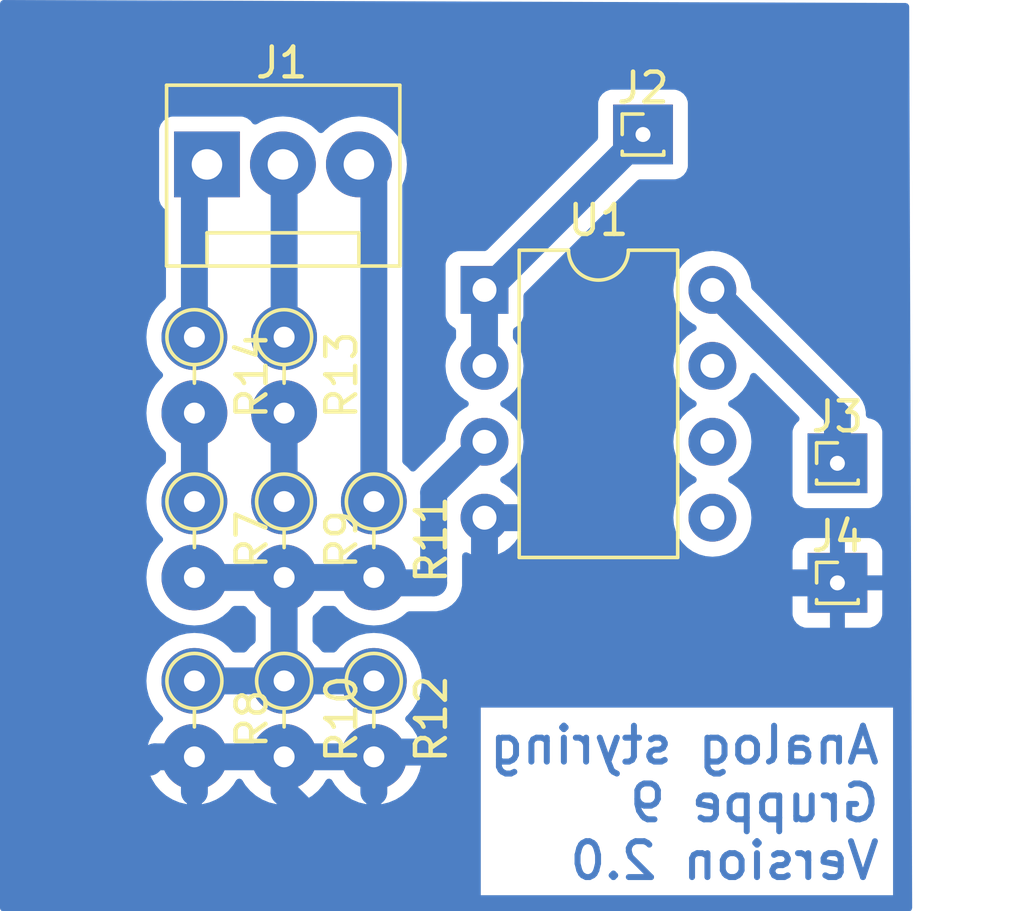
<source format=kicad_pcb>
(kicad_pcb (version 20240108) (generator "pcbnew") (generator_version "8.0")
  (layers (0 "F.Cu" signal) (31 "B.Cu" signal) (34 "B.Paste" user) (35 "F.Paste" user) (36 "B.SilkS" user "B.Silkscreen") (37 "F.SilkS" user "F.Silkscreen") (38 "B.Mask" user) (39 "F.Mask" user) (44 "Edge.Cuts" user))
  (net 0 "")
  (net 1 "Net-(J1-Pin_3)")
  (net 2 "Net-(J1-Pin_2)")
  (net 3 "Net-(J1-Pin_1)")
  (net 4 "Net-(J2-Pin_1)")
  (net 5 "Net-(R14-Pad2)")
  (net 6 "Net-(U1-I)")
  (net 7 "GND")
  (net 8 "Net-(R13-Pad2)")
  (net 12 "Net-(J3-Pin_1)")
  (footprint "Resistor_THT:R_Axial_DIN0204_L3.6mm_D1.6mm_P2.54mm_Vertical" (layer "F.Cu") (at 107.6 77.18 -90)
    (property "Reference" "R9" (at 1.27 -1.92 90) (layer "F.SilkS"))
    (property "Value" "46k4")
    (fp_line (start 0.92 0) (end 1.54 0) (stroke (width 0.12)) (layer "F.SilkS"))
    (fp_circle (center 0 0) (end 0.92 0) (stroke (width 0.12)) (fill none) (layer "F.SilkS"))
    (pad "1" thru_hole circle (at 0 0 270) (size 2.2 2.2) (drill 0.7) (layers "*.Cu" "*.Mask") (net 8 "Net-(R13-Pad2)"))
    (pad "2" thru_hole oval (at 2.54 0 270) (size 2.2 2.2) (drill 0.7) (layers "*.Cu" "*.Mask") (net 6 "Net-(U1-I)"))
  )
  (footprint "Resistor_THT:R_Axial_DIN0204_L3.6mm_D1.6mm_P2.54mm_Vertical" (layer "F.Cu") (at 104.6 77.18 -90)
    (property "Reference" "R7" (at 1.27 -1.92 90) (layer "F.SilkS"))
    (property "Value" "30k9")
    (fp_line (start 0.92 0) (end 1.54 0) (stroke (width 0.12)) (layer "F.SilkS"))
    (fp_circle (center 0 0) (end 0.92 0) (stroke (width 0.12)) (fill none) (layer "F.SilkS"))
    (pad "1" thru_hole circle (at 0 0 270) (size 2.2 2.2) (drill 0.7) (layers "*.Cu" "*.Mask") (net 5 "Net-(R14-Pad2)"))
    (pad "2" thru_hole oval (at 2.54 0 270) (size 2.2 2.2) (drill 0.7) (layers "*.Cu" "*.Mask") (net 6 "Net-(U1-I)"))
  )
  (footprint "Connector_PinHeader_1.00mm:PinHeader_1x01_P1.00mm_Vertical" (layer "F.Cu") (at 126.1 75.9)
    (property "Reference" "J3" (at 0 -1.56 0) (layer "F.SilkS"))
    (property "Value" "Conn_01x01_Pin")
    (fp_line (start -0.695 -0.685) (end 0 -0.685) (stroke (width 0.12)) (layer "F.SilkS"))
    (fp_line (start -0.695 0) (end -0.695 -0.685) (stroke (width 0.12)) (layer "F.SilkS"))
    (fp_line (start -0.695 0.685) (end -0.695 0.56) (stroke (width 0.12)) (layer "F.SilkS"))
    (fp_line (start -0.695 0.685) (end -0.608276 0.685) (stroke (width 0.12)) (layer "F.SilkS"))
    (fp_line (start -0.695 0.685) (end 0.695 0.685) (stroke (width 0.12)) (layer "F.SilkS"))
    (fp_line (start 0.608276 0.685) (end 0.695 0.685) (stroke (width 0.12)) (layer "F.SilkS"))
    (fp_line (start 0.695 0.685) (end 0.695 0.56) (stroke (width 0.12)) (layer "F.SilkS"))
    (pad "1" thru_hole rect (at 0 0) (size 2 2) (drill 0.5) (layers "*.Cu" "*.Mask") (net 12 "Net-(J3-Pin_1)"))
  )
  (footprint "Resistor_THT:R_Axial_DIN0204_L3.6mm_D1.6mm_P2.54mm_Vertical" (layer "F.Cu") (at 104.6 83.18 -90)
    (property "Reference" "R8" (at 1.27 -1.92 90) (layer "F.SilkS"))
    (property "Value" "45k")
    (fp_line (start 0.92 0) (end 1.54 0) (stroke (width 0.12)) (layer "F.SilkS"))
    (fp_circle (center 0 0) (end 0.92 0) (stroke (width 0.12)) (fill none) (layer "F.SilkS"))
    (pad "1" thru_hole circle (at 0 0 270) (size 2.2 2.2) (drill 0.7) (layers "*.Cu" "*.Mask") (net 6 "Net-(U1-I)"))
    (pad "2" thru_hole oval (at 2.54 0 270) (size 2.2 2.2) (drill 0.7) (layers "*.Cu" "*.Mask") (net 7 "GND"))
  )
  (footprint "Resistor_THT:R_Axial_DIN0204_L3.6mm_D1.6mm_P2.54mm_Vertical" (layer "F.Cu") (at 107.6 83.18 -90)
    (property "Reference" "R10" (at 1.27 -1.92 90) (layer "F.SilkS"))
    (property "Value" "45k")
    (fp_line (start 0.92 0) (end 1.54 0) (stroke (width 0.12)) (layer "F.SilkS"))
    (fp_circle (center 0 0) (end 0.92 0) (stroke (width 0.12)) (fill none) (layer "F.SilkS"))
    (pad "1" thru_hole circle (at 0 0 270) (size 2.2 2.2) (drill 0.7) (layers "*.Cu" "*.Mask") (net 6 "Net-(U1-I)"))
    (pad "2" thru_hole oval (at 2.54 0 270) (size 2.2 2.2) (drill 0.7) (layers "*.Cu" "*.Mask") (net 7 "GND"))
  )
  (footprint "Resistor_THT:R_Axial_DIN0204_L3.6mm_D1.6mm_P2.54mm_Vertical" (layer "F.Cu") (at 104.6 71.68 -90)
    (property "Reference" "R14" (at 1.27 -1.92 90) (layer "F.SilkS"))
    (property "Value" "200R")
    (fp_line (start 0.92 0) (end 1.54 0) (stroke (width 0.12)) (layer "F.SilkS"))
    (fp_circle (center 0 0) (end 0.92 0) (stroke (width 0.12)) (fill none) (layer "F.SilkS"))
    (pad "1" thru_hole circle (at 0 0 270) (size 2.2 2.2) (drill 0.7) (layers "*.Cu" "*.Mask") (net 3 "Net-(J1-Pin_1)"))
    (pad "2" thru_hole oval (at 2.54 0 270) (size 2.2 2.2) (drill 0.7) (layers "*.Cu" "*.Mask") (net 5 "Net-(R14-Pad2)"))
  )
  (footprint "Connector_PinHeader_1.00mm:PinHeader_1x01_P1.00mm_Vertical" (layer "F.Cu") (at 126.1 79.9)
    (property "Reference" "J4" (at 0 -1.56 0) (layer "F.SilkS"))
    (property "Value" "Conn_01x01_Pin")
    (fp_line (start -0.695 -0.685) (end 0 -0.685) (stroke (width 0.12)) (layer "F.SilkS"))
    (fp_line (start -0.695 0) (end -0.695 -0.685) (stroke (width 0.12)) (layer "F.SilkS"))
    (fp_line (start -0.695 0.685) (end -0.695 0.56) (stroke (width 0.12)) (layer "F.SilkS"))
    (fp_line (start -0.695 0.685) (end -0.608276 0.685) (stroke (width 0.12)) (layer "F.SilkS"))
    (fp_line (start -0.695 0.685) (end 0.695 0.685) (stroke (width 0.12)) (layer "F.SilkS"))
    (fp_line (start 0.608276 0.685) (end 0.695 0.685) (stroke (width 0.12)) (layer "F.SilkS"))
    (fp_line (start 0.695 0.685) (end 0.695 0.56) (stroke (width 0.12)) (layer "F.SilkS"))
    (pad "1" thru_hole rect (at 0 0) (size 2 2) (drill 0.5) (layers "*.Cu" "*.Mask") (net 7 "GND"))
  )
  (footprint "Connector_PinHeader_1.00mm:PinHeader_1x01_P1.00mm_Vertical" (layer "F.Cu") (at 119.6 64.9)
    (property "Reference" "J2" (at 0 -1.56 0) (layer "F.SilkS"))
    (property "Value" "Conn_01x01_Pin")
    (fp_line (start -0.695 -0.685) (end 0 -0.685) (stroke (width 0.12)) (layer "F.SilkS"))
    (fp_line (start -0.695 0) (end -0.695 -0.685) (stroke (width 0.12)) (layer "F.SilkS"))
    (fp_line (start -0.695 0.685) (end -0.695 0.56) (stroke (width 0.12)) (layer "F.SilkS"))
    (fp_line (start -0.695 0.685) (end -0.608276 0.685) (stroke (width 0.12)) (layer "F.SilkS"))
    (fp_line (start -0.695 0.685) (end 0.695 0.685) (stroke (width 0.12)) (layer "F.SilkS"))
    (fp_line (start 0.608276 0.685) (end 0.695 0.685) (stroke (width 0.12)) (layer "F.SilkS"))
    (fp_line (start 0.695 0.685) (end 0.695 0.56) (stroke (width 0.12)) (layer "F.SilkS"))
    (pad "1" thru_hole rect (at 0 0) (size 2 2) (drill 0.5) (layers "*.Cu" "*.Mask") (net 4 "Net-(J2-Pin_1)"))
  )
  (footprint "Resistor_THT:R_Axial_DIN0204_L3.6mm_D1.6mm_P2.54mm_Vertical" (layer "F.Cu") (at 110.6 83.18 -90)
    (property "Reference" "R12" (at 1.27 -1.92 90) (layer "F.SilkS"))
    (property "Value" "45K")
    (fp_line (start 0.92 0) (end 1.54 0) (stroke (width 0.12)) (layer "F.SilkS"))
    (fp_circle (center 0 0) (end 0.92 0) (stroke (width 0.12)) (fill none) (layer "F.SilkS"))
    (pad "1" thru_hole circle (at 0 0 270) (size 2.2 2.2) (drill 0.7) (layers "*.Cu" "*.Mask") (net 6 "Net-(U1-I)"))
    (pad "2" thru_hole oval (at 2.54 0 270) (size 2.2 2.2) (drill 0.7) (layers "*.Cu" "*.Mask") (net 7 "GND"))
  )
  (footprint "Resistor_THT:R_Axial_DIN0204_L3.6mm_D1.6mm_P2.54mm_Vertical" (layer "F.Cu") (at 107.6 71.68 -90)
    (property "Reference" "R13" (at 1.27 -1.92 90) (layer "F.SilkS"))
    (property "Value" "604R")
    (fp_line (start 0.92 0) (end 1.54 0) (stroke (width 0.12)) (layer "F.SilkS"))
    (fp_circle (center 0 0) (end 0.92 0) (stroke (width 0.12)) (fill none) (layer "F.SilkS"))
    (pad "1" thru_hole circle (at 0 0 270) (size 2.2 2.2) (drill 0.7) (layers "*.Cu" "*.Mask") (net 2 "Net-(J1-Pin_2)"))
    (pad "2" thru_hole oval (at 2.54 0 270) (size 2.2 2.2) (drill 0.7) (layers "*.Cu" "*.Mask") (net 8 "Net-(R13-Pad2)"))
  )
  (footprint "Package_DIP:DIP-8_W7.62mm" (layer "F.Cu") (at 114.3 70.1)
    (property "Reference" "U1" (at 3.81 -2.33 0) (layer "F.SilkS"))
    (property "Value" "LF398_DIP8")
    (fp_line (start 1.16 -1.33) (end 1.16 8.95) (stroke (width 0.12)) (layer "F.SilkS"))
    (fp_line (start 1.16 8.95) (end 6.46 8.95) (stroke (width 0.12)) (layer "F.SilkS"))
    (fp_line (start 2.81 -1.33) (end 1.16 -1.33) (stroke (width 0.12)) (layer "F.SilkS"))
    (fp_line (start 6.46 -1.33) (end 4.81 -1.33) (stroke (width 0.12)) (layer "F.SilkS"))
    (fp_line (start 6.46 8.95) (end 6.46 -1.33) (stroke (width 0.12)) (layer "F.SilkS"))
    (fp_arc (start 4.81 -1.33) (mid 3.81 -0.33) (end 2.81 -1.33) (stroke (width 0.12)) (layer "F.SilkS"))
    (pad "1" thru_hole rect (at 0 0) (size 1.6 1.6) (drill 0.8) (layers "*.Cu" "*.Mask") (net 4 "Net-(J2-Pin_1)"))
    (pad "2" thru_hole oval (at 0 2.54) (size 1.6 1.6) (drill 0.8) (layers "*.Cu" "*.Mask") (net 4 "Net-(J2-Pin_1)"))
    (pad "3" thru_hole oval (at 0 5.08) (size 1.6 1.6) (drill 0.8) (layers "*.Cu" "*.Mask") (net 6 "Net-(U1-I)"))
    (pad "4" thru_hole oval (at 0 7.62) (size 1.6 1.6) (drill 0.8) (layers "*.Cu" "*.Mask") (net 7 "GND"))
    (pad "5" thru_hole oval (at 7.62 7.62) (size 1.6 1.6) (drill 0.8) (layers "*.Cu" "*.Mask"))
    (pad "6" thru_hole oval (at 7.62 5.08) (size 1.6 1.6) (drill 0.8) (layers "*.Cu" "*.Mask"))
    (pad "7" thru_hole oval (at 7.62 2.54) (size 1.6 1.6) (drill 0.8) (layers "*.Cu" "*.Mask"))
    (pad "8" thru_hole oval (at 7.62 0) (size 1.6 1.6) (drill 0.8) (layers "*.Cu" "*.Mask") (net 12 "Net-(J3-Pin_1)"))
  )
  (footprint "Connector:FanPinHeader_1x03_P2.54mm_Vertical" (layer "F.Cu") (at 105.02 65.9)
    (property "Reference" "J1" (at 2.5 -3.4 0) (layer "F.SilkS"))
    (property "Value" "Conn_01x03_Pin")
    (fp_line (start -1.35 -2.65) (end 6.45 -2.65) (stroke (width 0.12)) (layer "F.SilkS"))
    (fp_line (start -1.35 3.4) (end -1.35 -2.65) (stroke (width 0.12)) (layer "F.SilkS"))
    (fp_line (start 0 2.29) (end 5.08 2.29) (stroke (width 0.12)) (layer "F.SilkS"))
    (fp_line (start 0 3.3) (end 0 2.29) (stroke (width 0.12)) (layer "F.SilkS"))
    (fp_line (start 5.08 2.29) (end 5.08 3.3) (stroke (width 0.12)) (layer "F.SilkS"))
    (fp_line (start 6.45 -2.65) (end 6.45 3.4) (stroke (width 0.12)) (layer "F.SilkS"))
    (fp_line (start 6.45 3.4) (end -1.35 3.4) (stroke (width 0.12)) (layer "F.SilkS"))
    (pad "1" thru_hole rect (at 0 0 90) (size 2.2 2.2) (drill 1.02) (layers "*.Cu" "*.Mask") (net 3 "Net-(J1-Pin_1)"))
    (pad "2" thru_hole oval (at 2.54 0 90) (size 2.2 2.2) (drill 1.02) (layers "*.Cu" "*.Mask") (net 2 "Net-(J1-Pin_2)"))
    (pad "3" thru_hole oval (at 5.08 0 90) (size 2.2 2.2) (drill 1.02) (layers "*.Cu" "*.Mask") (net 1 "Net-(J1-Pin_3)"))
  )
  (footprint "Resistor_THT:R_Axial_DIN0204_L3.6mm_D1.6mm_P2.54mm_Vertical" (layer "F.Cu") (at 110.6 77.18 -90)
    (property "Reference" "R11" (at 1.27 -1.92 90) (layer "F.SilkS"))
    (property "Value" "75k0")
    (fp_line (start 0.92 0) (end 1.54 0) (stroke (width 0.12)) (layer "F.SilkS"))
    (fp_circle (center 0 0) (end 0.92 0) (stroke (width 0.12)) (fill none) (layer "F.SilkS"))
    (pad "1" thru_hole circle (at 0 0 270) (size 2.2 2.2) (drill 0.7) (layers "*.Cu" "*.Mask") (net 1 "Net-(J1-Pin_3)"))
    (pad "2" thru_hole oval (at 2.54 0 270) (size 2.2 2.2) (drill 0.7) (layers "*.Cu" "*.Mask") (net 6 "Net-(U1-I)"))
  )
  (gr_text "Analog styring \nGruppe 9\nVersion 2.0" (at 127.6 89.9 0) (layer "B.Cu") (effects (font (size 1.2 1.2) (thickness 0.2) (bold yes)) (justify left bottom mirror)))
  (segment (start 110.6 66.4) (end 110.1 65.9) (width 0.9) (layer "B.Cu") (net 1))
  (segment (start 110.6 77.18) (end 110.6 66.4) (width 0.9) (layer "B.Cu") (net 1))
  (segment (start 107.6 65.94) (end 107.56 65.9) (width 0.9) (layer "B.Cu") (net 2))
  (segment (start 107.6 71.68) (end 107.6 65.94) (width 0.9) (layer "B.Cu") (net 2))
  (segment (start 104.6 71.68) (end 104.6 66.32) (width 0.9) (layer "B.Cu") (net 3))
  (segment (start 104.6 66.32) (end 105.02 65.9) (width 0.9) (layer "B.Cu") (net 3))
  (segment (start 114.4 70.1) (end 119.6 64.9) (width 0.9) (layer "B.Cu") (net 4))
  (segment (start 114.3 72.64) (end 114.3 70.1) (width 0.9) (layer "B.Cu") (net 4))
  (segment (start 114.3 70.1) (end 114.4 70.1) (width 0.9) (layer "B.Cu") (net 4))
  (segment (start 104.6 74.22) (end 104.6 77.18) (width 0.9) (layer "B.Cu") (net 5))
  (segment (start 110.78 79.9) (end 110.6 79.72) (width 0.9) (layer "B.Cu") (net 6))
  (segment (start 107.6 79.72) (end 107.6 83.18) (width 0.9) (layer "B.Cu") (net 6))
  (segment (start 110.6 79.72) (end 107.6 79.72) (width 0.9) (layer "B.Cu") (net 6))
  (segment (start 112.6 79.9) (end 110.78 79.9) (width 0.9) (layer "B.Cu") (net 6))
  (segment (start 114.3 75.18) (end 112.6 76.88) (width 0.9) (layer "B.Cu") (net 6))
  (segment (start 110.6 83.18) (end 107.6 83.18) (width 0.9) (layer "B.Cu") (net 6))
  (segment (start 112.6 76.88) (end 112.6 79.9) (width 0.9) (layer "B.Cu") (net 6))
  (segment (start 107.6 83.18) (end 104.6 83.18) (width 0.9) (layer "B.Cu") (net 6))
  (segment (start 104.6 79.72) (end 107.6 79.72) (width 0.9) (layer "B.Cu") (net 6))
  (segment (start 104.6 85.72) (end 103.28 85.72) (width 0.9) (layer "B.Cu") (net 7))
  (segment (start 110.76 85.56) (end 112.76 85.56) (width 0.9) (layer "B.Cu") (net 7))
  (segment (start 104.6 85.72) (end 104.6 86.9) (width 0.9) (layer "B.Cu") (net 7))
  (segment (start 110.6 85.72) (end 110.6 86.9) (width 0.9) (layer "B.Cu") (net 7))
  (segment (start 107.6 86.9) (end 108.1 87.4) (width 0.9) (layer "B.Cu") (net 7))
  (segment (start 114.3 82.02) (end 114.3 77.72) (width 0.9) (layer "B.Cu") (net 7))
  (segment (start 126.1 79.9) (end 116.42 79.9) (width 0.9) (layer "B.Cu") (net 7))
  (segment (start 103.28 85.72) (end 103.1 85.9) (width 0.9) (layer "B.Cu") (net 7))
  (segment (start 114.3 77.72) (end 116.42 77.72) (width 0.9) (layer "B.Cu") (net 7))
  (segment (start 112.76 85.56) (end 113.1 85.9) (width 0.9) (layer "B.Cu") (net 7))
  (segment (start 107.6 85.72) (end 110.6 85.72) (width 0.9) (layer "B.Cu") (net 7))
  (segment (start 116.42 79.9) (end 113.51 82.81) (width 0.9) (layer "B.Cu") (net 7))
  (segment (start 116.42 77.72) (end 116.6 77.9) (width 0.9) (layer "B.Cu") (net 7))
  (segment (start 110.6 85.72) (end 110.76 85.56) (width 0.9) (layer "B.Cu") (net 7))
  (segment (start 104.6 85.72) (end 107.6 85.72) (width 0.9) (layer "B.Cu") (net 7))
  (segment (start 113.51 82.81) (end 114.3 82.02) (width 0.9) (layer "B.Cu") (net 7))
  (segment (start 107.6 85.72) (end 107.6 86.9) (width 0.9) (layer "B.Cu") (net 7))
  (segment (start 107.6 74.22) (end 107.6 77.18) (width 0.9) (layer "B.Cu") (net 8))
  (segment (start 121.92 70.1) (end 126.1 74.28) (width 0.9) (layer "B.Cu") (net 12))
  (segment (start 126.1 74.28) (end 126.1 75.9) (width 0.9) (layer "B.Cu") (net 12))
  (zone (net 7) (net_name "GND") (layer "B.Cu") (connect_pads (clearance 0.5)) (min_thickness 0.25) (fill yes (thermal_gap 0.5) (thermal_bridge_width 0.5))
    (polygon (pts (xy 98.1 60.4) (xy 128.5 60.5) (xy 128.6 90.9) (xy 98.1 90.9)))
  )
)
</source>
